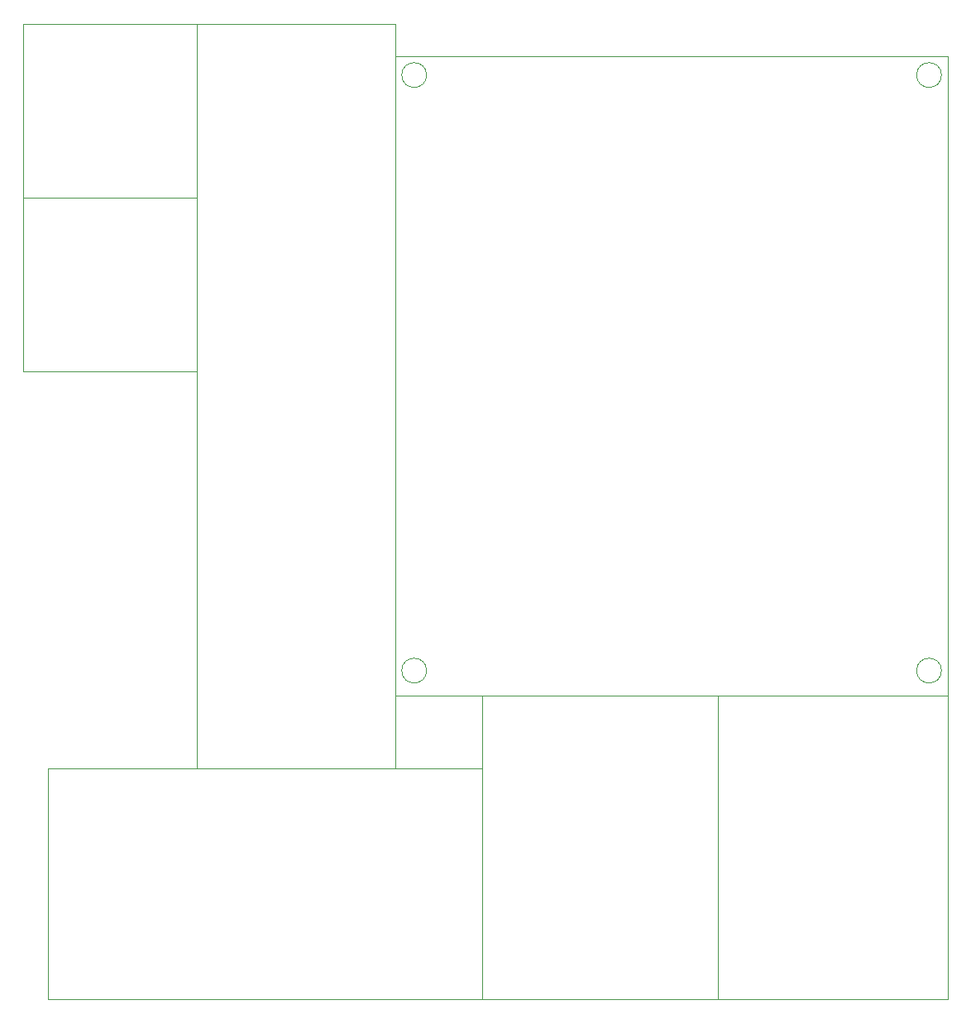
<source format=gbr>
G04 #@! TF.GenerationSoftware,KiCad,Pcbnew,(5.1.4-0-10_14)*
G04 #@! TF.CreationDate,2019-11-07T21:51:41+09:00*
G04 #@! TF.ProjectId,underwater,756e6465-7277-4617-9465-722e6b696361,rev?*
G04 #@! TF.SameCoordinates,Original*
G04 #@! TF.FileFunction,Profile,NP*
%FSLAX46Y46*%
G04 Gerber Fmt 4.6, Leading zero omitted, Abs format (unit mm)*
G04 Created by KiCad (PCBNEW (5.1.4-0-10_14)) date 2019-11-07 21:51:41*
%MOMM*%
%LPD*%
G04 APERTURE LIST*
%ADD10C,0.050000*%
G04 APERTURE END LIST*
D10*
X150495000Y-129667000D02*
X150495000Y-106045000D01*
X106045000Y-129667000D02*
X150495000Y-129667000D01*
X106045000Y-106045000D02*
X106045000Y-129667000D01*
X174625000Y-129667000D02*
X174625000Y-98552000D01*
X198120000Y-129667000D02*
X174625000Y-129667000D01*
X198120000Y-98552000D02*
X198120000Y-129667000D01*
X174625000Y-98552000D02*
X198120000Y-98552000D01*
X174625000Y-98552000D02*
X150495000Y-98552000D01*
X174625000Y-129667000D02*
X174625000Y-98552000D01*
X150495000Y-129667000D02*
X174625000Y-129667000D01*
X150495000Y-98552000D02*
X150495000Y-129667000D01*
X141605000Y-98552000D02*
X141605000Y-97917000D01*
X198120000Y-98552000D02*
X141605000Y-98552000D01*
X198120000Y-97917000D02*
X198120000Y-98552000D01*
X144780000Y-35052000D02*
G75*
G03X144780000Y-35052000I-1270000J0D01*
G01*
X197485000Y-35052000D02*
G75*
G03X197485000Y-35052000I-1270000J0D01*
G01*
X197485000Y-96012000D02*
G75*
G03X197485000Y-96012000I-1270000J0D01*
G01*
X144780000Y-96012000D02*
G75*
G03X144780000Y-96012000I-1270000J0D01*
G01*
X198120000Y-97917000D02*
X198120000Y-96012000D01*
X141605000Y-33147000D02*
X141605000Y-97917000D01*
X198120000Y-33147000D02*
X198120000Y-96012000D01*
X141605000Y-33147000D02*
X198120000Y-33147000D01*
X106045000Y-106045000D02*
X150495000Y-106045000D01*
X103505000Y-65405000D02*
X103505000Y-47625000D01*
X121285000Y-65405000D02*
X103505000Y-65405000D01*
X121285000Y-47625000D02*
X121285000Y-65405000D01*
X121285000Y-47625000D02*
X121285000Y-29845000D01*
X103505000Y-47625000D02*
X121285000Y-47625000D01*
X103505000Y-29845000D02*
X103505000Y-47625000D01*
X121285000Y-29845000D02*
X103505000Y-29845000D01*
X121285000Y-29845000D02*
X141605000Y-29845000D01*
X121285000Y-106045000D02*
X121285000Y-29845000D01*
X145415000Y-106045000D02*
X125095000Y-106045000D01*
X141605000Y-29845000D02*
X141605000Y-106045000D01*
X122555000Y-29845000D02*
X140335000Y-29845000D01*
M02*

</source>
